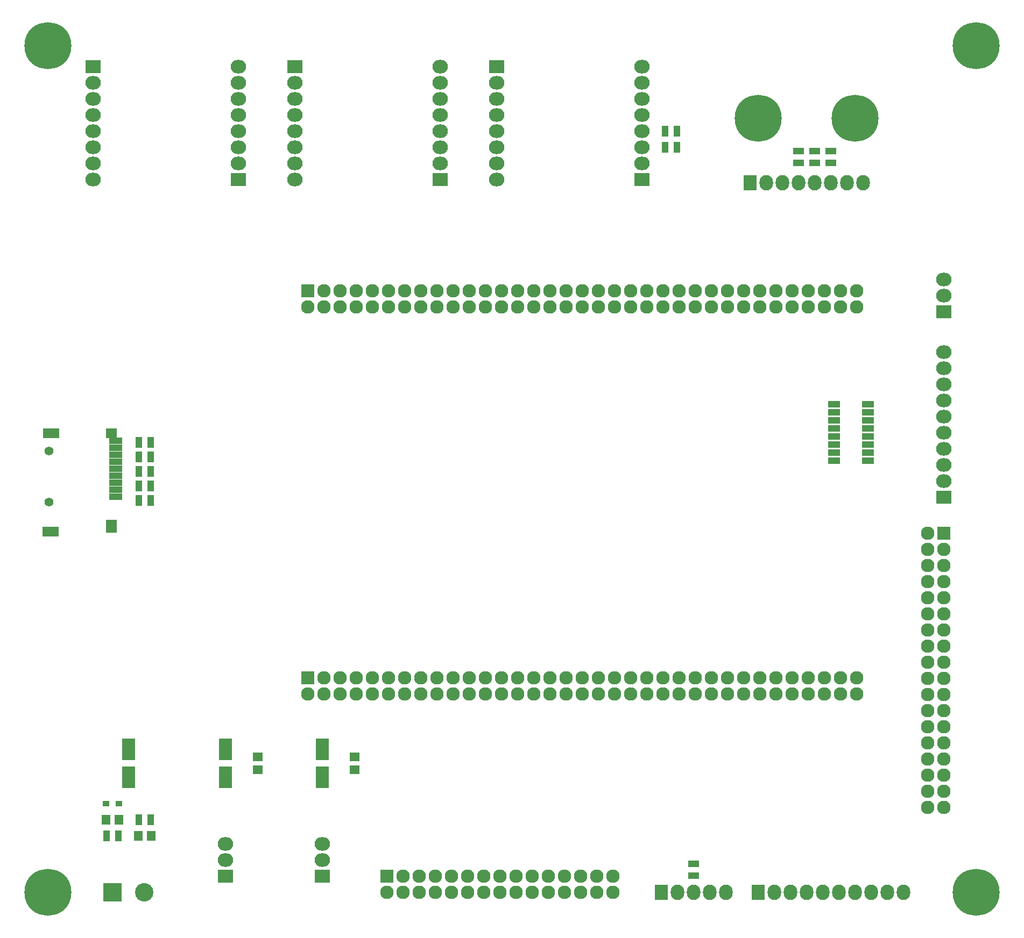
<source format=gbr>
G04 #@! TF.FileFunction,Soldermask,Top*
%FSLAX46Y46*%
G04 Gerber Fmt 4.6, Leading zero omitted, Abs format (unit mm)*
G04 Created by KiCad (PCBNEW 4.0.3-stable) date 01/27/17 20:04:36*
%MOMM*%
%LPD*%
G01*
G04 APERTURE LIST*
%ADD10C,0.100000*%
%ADD11R,1.400000X1.650000*%
%ADD12R,2.000000X3.400000*%
%ADD13R,1.650000X1.400000*%
%ADD14R,1.000000X0.850000*%
%ADD15R,2.127200X2.127200*%
%ADD16O,2.127200X2.127200*%
%ADD17R,2.900000X2.900000*%
%ADD18C,2.900000*%
%ADD19R,2.127200X2.432000*%
%ADD20O,2.127200X2.432000*%
%ADD21R,2.432000X2.127200*%
%ADD22O,2.432000X2.127200*%
%ADD23R,1.100000X1.700000*%
%ADD24R,1.700000X1.100000*%
%ADD25R,1.900000X1.000000*%
%ADD26R,2.000000X1.100000*%
%ADD27R,1.800000X1.600000*%
%ADD28R,1.800000X2.000000*%
%ADD29R,2.600000X1.600000*%
%ADD30C,1.400000*%
%ADD31C,7.400000*%
%ADD32C,1.000000*%
G04 APERTURE END LIST*
D10*
D11*
X32020000Y-148590000D03*
X34020000Y-148590000D03*
D12*
X35560000Y-141900000D03*
X35560000Y-137500000D03*
D11*
X37100000Y-151130000D03*
X39100000Y-151130000D03*
D12*
X66040000Y-141900000D03*
X66040000Y-137500000D03*
X50800000Y-141900000D03*
X50800000Y-137500000D03*
D13*
X71120000Y-140700000D03*
X71120000Y-138700000D03*
X55880000Y-140700000D03*
X55880000Y-138700000D03*
D14*
X31970000Y-146050000D03*
X34070000Y-146050000D03*
D15*
X63754000Y-126238000D03*
D16*
X63754000Y-128778000D03*
X66294000Y-126238000D03*
X66294000Y-128778000D03*
X68834000Y-126238000D03*
X68834000Y-128778000D03*
X71374000Y-126238000D03*
X71374000Y-128778000D03*
X73914000Y-126238000D03*
X73914000Y-128778000D03*
X76454000Y-126238000D03*
X76454000Y-128778000D03*
X78994000Y-126238000D03*
X78994000Y-128778000D03*
X81534000Y-126238000D03*
X81534000Y-128778000D03*
X84074000Y-126238000D03*
X84074000Y-128778000D03*
X86614000Y-126238000D03*
X86614000Y-128778000D03*
X89154000Y-126238000D03*
X89154000Y-128778000D03*
X91694000Y-126238000D03*
X91694000Y-128778000D03*
X94234000Y-126238000D03*
X94234000Y-128778000D03*
X96774000Y-126238000D03*
X96774000Y-128778000D03*
X99314000Y-126238000D03*
X99314000Y-128778000D03*
X101854000Y-126238000D03*
X101854000Y-128778000D03*
X104394000Y-126238000D03*
X104394000Y-128778000D03*
X106934000Y-126238000D03*
X106934000Y-128778000D03*
X109474000Y-126238000D03*
X109474000Y-128778000D03*
X112014000Y-126238000D03*
X112014000Y-128778000D03*
X114554000Y-126238000D03*
X114554000Y-128778000D03*
X117094000Y-126238000D03*
X117094000Y-128778000D03*
X119634000Y-126238000D03*
X119634000Y-128778000D03*
X122174000Y-126238000D03*
X122174000Y-128778000D03*
X124714000Y-126238000D03*
X124714000Y-128778000D03*
X127254000Y-126238000D03*
X127254000Y-128778000D03*
X129794000Y-126238000D03*
X129794000Y-128778000D03*
X132334000Y-126238000D03*
X132334000Y-128778000D03*
X134874000Y-126238000D03*
X134874000Y-128778000D03*
X137414000Y-126238000D03*
X137414000Y-128778000D03*
X139954000Y-126238000D03*
X139954000Y-128778000D03*
X142494000Y-126238000D03*
X142494000Y-128778000D03*
X145034000Y-126238000D03*
X145034000Y-128778000D03*
X147574000Y-126238000D03*
X147574000Y-128778000D03*
X150114000Y-126238000D03*
X150114000Y-128778000D03*
D17*
X33020000Y-160020000D03*
D18*
X38020000Y-160020000D03*
D19*
X133350000Y-48260000D03*
D20*
X135890000Y-48260000D03*
X138430000Y-48260000D03*
X140970000Y-48260000D03*
X143510000Y-48260000D03*
X146050000Y-48260000D03*
X148590000Y-48260000D03*
X151130000Y-48260000D03*
D15*
X63754000Y-65278000D03*
D16*
X63754000Y-67818000D03*
X66294000Y-65278000D03*
X66294000Y-67818000D03*
X68834000Y-65278000D03*
X68834000Y-67818000D03*
X71374000Y-65278000D03*
X71374000Y-67818000D03*
X73914000Y-65278000D03*
X73914000Y-67818000D03*
X76454000Y-65278000D03*
X76454000Y-67818000D03*
X78994000Y-65278000D03*
X78994000Y-67818000D03*
X81534000Y-65278000D03*
X81534000Y-67818000D03*
X84074000Y-65278000D03*
X84074000Y-67818000D03*
X86614000Y-65278000D03*
X86614000Y-67818000D03*
X89154000Y-65278000D03*
X89154000Y-67818000D03*
X91694000Y-65278000D03*
X91694000Y-67818000D03*
X94234000Y-65278000D03*
X94234000Y-67818000D03*
X96774000Y-65278000D03*
X96774000Y-67818000D03*
X99314000Y-65278000D03*
X99314000Y-67818000D03*
X101854000Y-65278000D03*
X101854000Y-67818000D03*
X104394000Y-65278000D03*
X104394000Y-67818000D03*
X106934000Y-65278000D03*
X106934000Y-67818000D03*
X109474000Y-65278000D03*
X109474000Y-67818000D03*
X112014000Y-65278000D03*
X112014000Y-67818000D03*
X114554000Y-65278000D03*
X114554000Y-67818000D03*
X117094000Y-65278000D03*
X117094000Y-67818000D03*
X119634000Y-65278000D03*
X119634000Y-67818000D03*
X122174000Y-65278000D03*
X122174000Y-67818000D03*
X124714000Y-65278000D03*
X124714000Y-67818000D03*
X127254000Y-65278000D03*
X127254000Y-67818000D03*
X129794000Y-65278000D03*
X129794000Y-67818000D03*
X132334000Y-65278000D03*
X132334000Y-67818000D03*
X134874000Y-65278000D03*
X134874000Y-67818000D03*
X137414000Y-65278000D03*
X137414000Y-67818000D03*
X139954000Y-65278000D03*
X139954000Y-67818000D03*
X142494000Y-65278000D03*
X142494000Y-67818000D03*
X145034000Y-65278000D03*
X145034000Y-67818000D03*
X147574000Y-65278000D03*
X147574000Y-67818000D03*
X150114000Y-65278000D03*
X150114000Y-67818000D03*
D19*
X134620000Y-160020000D03*
D20*
X137160000Y-160020000D03*
X139700000Y-160020000D03*
X142240000Y-160020000D03*
X144780000Y-160020000D03*
X147320000Y-160020000D03*
X149860000Y-160020000D03*
X152400000Y-160020000D03*
X154940000Y-160020000D03*
X157480000Y-160020000D03*
D19*
X119380000Y-160020000D03*
D20*
X121920000Y-160020000D03*
X124460000Y-160020000D03*
X127000000Y-160020000D03*
X129540000Y-160020000D03*
D21*
X29972000Y-29972000D03*
D22*
X29972000Y-32512000D03*
X29972000Y-35052000D03*
X29972000Y-37592000D03*
X29972000Y-40132000D03*
X29972000Y-42672000D03*
X29972000Y-45212000D03*
X29972000Y-47752000D03*
D21*
X61722000Y-29972000D03*
D22*
X61722000Y-32512000D03*
X61722000Y-35052000D03*
X61722000Y-37592000D03*
X61722000Y-40132000D03*
X61722000Y-42672000D03*
X61722000Y-45212000D03*
X61722000Y-47752000D03*
D21*
X93472000Y-29972000D03*
D22*
X93472000Y-32512000D03*
X93472000Y-35052000D03*
X93472000Y-37592000D03*
X93472000Y-40132000D03*
X93472000Y-42672000D03*
X93472000Y-45212000D03*
X93472000Y-47752000D03*
D21*
X52832000Y-47752000D03*
D22*
X52832000Y-45212000D03*
X52832000Y-42672000D03*
X52832000Y-40132000D03*
X52832000Y-37592000D03*
X52832000Y-35052000D03*
X52832000Y-32512000D03*
X52832000Y-29972000D03*
D21*
X84582000Y-47752000D03*
D22*
X84582000Y-45212000D03*
X84582000Y-42672000D03*
X84582000Y-40132000D03*
X84582000Y-37592000D03*
X84582000Y-35052000D03*
X84582000Y-32512000D03*
X84582000Y-29972000D03*
D21*
X116332000Y-47752000D03*
D22*
X116332000Y-45212000D03*
X116332000Y-42672000D03*
X116332000Y-40132000D03*
X116332000Y-37592000D03*
X116332000Y-35052000D03*
X116332000Y-32512000D03*
X116332000Y-29972000D03*
D23*
X39050000Y-89154000D03*
X37150000Y-89154000D03*
X39050000Y-91440000D03*
X37150000Y-91440000D03*
X39050000Y-93726000D03*
X37150000Y-93726000D03*
X39050000Y-96012000D03*
X37150000Y-96012000D03*
X39050000Y-98298000D03*
X37150000Y-98298000D03*
D24*
X140970000Y-43246000D03*
X140970000Y-45146000D03*
X143510000Y-43246000D03*
X143510000Y-45146000D03*
X146050000Y-45146000D03*
X146050000Y-43246000D03*
D23*
X37150000Y-148590000D03*
X39050000Y-148590000D03*
X32070000Y-151130000D03*
X33970000Y-151130000D03*
D24*
X124460000Y-157414000D03*
X124460000Y-155514000D03*
D23*
X121854000Y-42672000D03*
X119954000Y-42672000D03*
X121854000Y-40132000D03*
X119954000Y-40132000D03*
D25*
X146525000Y-83185000D03*
X146525000Y-84455000D03*
X146525000Y-85725000D03*
X146525000Y-86995000D03*
X146525000Y-88265000D03*
X146525000Y-89535000D03*
X146525000Y-90805000D03*
X146525000Y-92075000D03*
X151925000Y-92075000D03*
X151925000Y-90805000D03*
X151925000Y-89535000D03*
X151925000Y-88265000D03*
X151925000Y-86995000D03*
X151925000Y-85725000D03*
X151925000Y-84455000D03*
X151925000Y-83185000D03*
D26*
X33490000Y-90054000D03*
X33490000Y-91154000D03*
X33490000Y-92254000D03*
X33490000Y-93354000D03*
X33490000Y-94454000D03*
X33490000Y-95554000D03*
X33490000Y-96654000D03*
X33490000Y-97754000D03*
D27*
X32890000Y-87754000D03*
D28*
X32890000Y-102354000D03*
D29*
X23290000Y-103254000D03*
X23390000Y-87754000D03*
D26*
X33490000Y-88954000D03*
D30*
X22990000Y-90554000D03*
X22990000Y-98554000D03*
D21*
X66040000Y-157480000D03*
D22*
X66040000Y-154940000D03*
X66040000Y-152400000D03*
D21*
X50800000Y-157480000D03*
D22*
X50800000Y-154940000D03*
X50800000Y-152400000D03*
D21*
X163830000Y-68580000D03*
D22*
X163830000Y-66040000D03*
X163830000Y-63500000D03*
D21*
X163830000Y-97790000D03*
D22*
X163830000Y-95250000D03*
X163830000Y-92710000D03*
X163830000Y-90170000D03*
X163830000Y-87630000D03*
X163830000Y-85090000D03*
X163830000Y-82550000D03*
X163830000Y-80010000D03*
X163830000Y-77470000D03*
X163830000Y-74930000D03*
D15*
X163830000Y-103505000D03*
D16*
X161290000Y-103505000D03*
X163830000Y-106045000D03*
X161290000Y-106045000D03*
X163830000Y-108585000D03*
X161290000Y-108585000D03*
X163830000Y-111125000D03*
X161290000Y-111125000D03*
X163830000Y-113665000D03*
X161290000Y-113665000D03*
X163830000Y-116205000D03*
X161290000Y-116205000D03*
X163830000Y-118745000D03*
X161290000Y-118745000D03*
X163830000Y-121285000D03*
X161290000Y-121285000D03*
X163830000Y-123825000D03*
X161290000Y-123825000D03*
X163830000Y-126365000D03*
X161290000Y-126365000D03*
X163830000Y-128905000D03*
X161290000Y-128905000D03*
X163830000Y-131445000D03*
X161290000Y-131445000D03*
X163830000Y-133985000D03*
X161290000Y-133985000D03*
X163830000Y-136525000D03*
X161290000Y-136525000D03*
X163830000Y-139065000D03*
X161290000Y-139065000D03*
X163830000Y-141605000D03*
X161290000Y-141605000D03*
X163830000Y-144145000D03*
X161290000Y-144145000D03*
X163830000Y-146685000D03*
X161290000Y-146685000D03*
D15*
X76200000Y-157480000D03*
D16*
X76200000Y-160020000D03*
X78740000Y-157480000D03*
X78740000Y-160020000D03*
X81280000Y-157480000D03*
X81280000Y-160020000D03*
X83820000Y-157480000D03*
X83820000Y-160020000D03*
X86360000Y-157480000D03*
X86360000Y-160020000D03*
X88900000Y-157480000D03*
X88900000Y-160020000D03*
X91440000Y-157480000D03*
X91440000Y-160020000D03*
X93980000Y-157480000D03*
X93980000Y-160020000D03*
X96520000Y-157480000D03*
X96520000Y-160020000D03*
X99060000Y-157480000D03*
X99060000Y-160020000D03*
X101600000Y-157480000D03*
X101600000Y-160020000D03*
X104140000Y-157480000D03*
X104140000Y-160020000D03*
X106680000Y-157480000D03*
X106680000Y-160020000D03*
X109220000Y-157480000D03*
X109220000Y-160020000D03*
X111760000Y-157480000D03*
X111760000Y-160020000D03*
D31*
X22860000Y-26670000D03*
D32*
X25485000Y-26670000D03*
X24716155Y-28526155D03*
X22860000Y-29295000D03*
X21003845Y-28526155D03*
X20235000Y-26670000D03*
X21003845Y-24813845D03*
X22860000Y-24045000D03*
X24716155Y-24813845D03*
D31*
X168910000Y-26670000D03*
D32*
X171535000Y-26670000D03*
X170766155Y-28526155D03*
X168910000Y-29295000D03*
X167053845Y-28526155D03*
X166285000Y-26670000D03*
X167053845Y-24813845D03*
X168910000Y-24045000D03*
X170766155Y-24813845D03*
D31*
X168910000Y-160020000D03*
D32*
X171535000Y-160020000D03*
X170766155Y-161876155D03*
X168910000Y-162645000D03*
X167053845Y-161876155D03*
X166285000Y-160020000D03*
X167053845Y-158163845D03*
X168910000Y-157395000D03*
X170766155Y-158163845D03*
D31*
X22860000Y-160020000D03*
D32*
X25485000Y-160020000D03*
X24716155Y-161876155D03*
X22860000Y-162645000D03*
X21003845Y-161876155D03*
X20235000Y-160020000D03*
X21003845Y-158163845D03*
X22860000Y-157395000D03*
X24716155Y-158163845D03*
D31*
X149860000Y-38100000D03*
D32*
X152485000Y-38100000D03*
X151716155Y-39956155D03*
X149860000Y-40725000D03*
X148003845Y-39956155D03*
X147235000Y-38100000D03*
X148003845Y-36243845D03*
X149860000Y-35475000D03*
X151716155Y-36243845D03*
D31*
X134620000Y-38100000D03*
D32*
X137245000Y-38100000D03*
X136476155Y-39956155D03*
X134620000Y-40725000D03*
X132763845Y-39956155D03*
X131995000Y-38100000D03*
X132763845Y-36243845D03*
X134620000Y-35475000D03*
X136476155Y-36243845D03*
M02*

</source>
